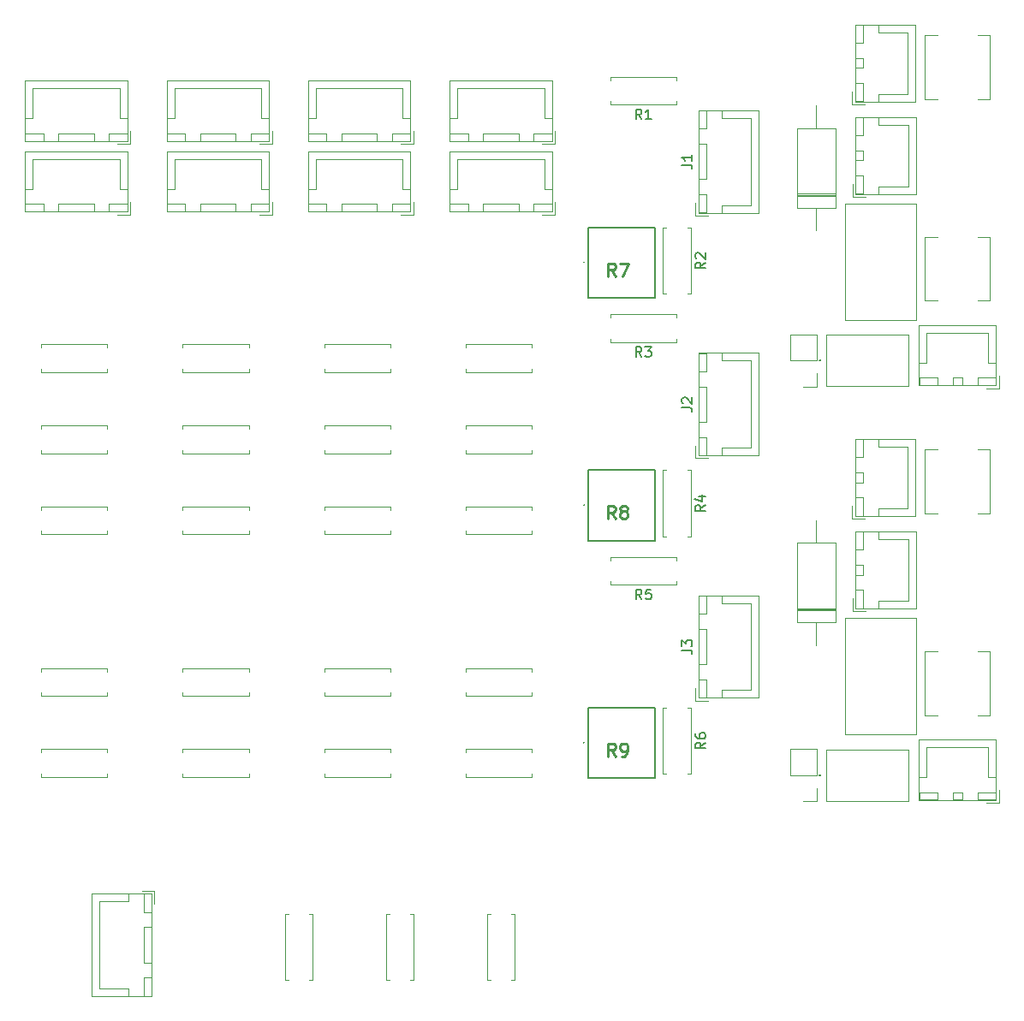
<source format=gto>
G04 #@! TF.GenerationSoftware,KiCad,Pcbnew,(5.1.8)-1*
G04 #@! TF.CreationDate,2021-05-15T16:38:38+09:00*
G04 #@! TF.ProjectId,test,74657374-2e6b-4696-9361-645f70636258,rev?*
G04 #@! TF.SameCoordinates,PX4c4b400PY8954400*
G04 #@! TF.FileFunction,Legend,Top*
G04 #@! TF.FilePolarity,Positive*
%FSLAX46Y46*%
G04 Gerber Fmt 4.6, Leading zero omitted, Abs format (unit mm)*
G04 Created by KiCad (PCBNEW (5.1.8)-1) date 2021-05-15 16:38:38*
%MOMM*%
%LPD*%
G01*
G04 APERTURE LIST*
%ADD10C,0.100000*%
%ADD11C,0.120000*%
%ADD12C,0.200000*%
%ADD13C,0.150000*%
%ADD14C,0.254000*%
%ADD15C,2.550000*%
%ADD16O,1.700000X2.000000*%
%ADD17R,2.000000X2.500000*%
%ADD18R,6.000000X6.000000*%
%ADD19O,1.700000X1.700000*%
%ADD20R,1.700000X1.700000*%
%ADD21O,2.000000X1.700000*%
%ADD22O,2.400000X2.400000*%
%ADD23R,2.400000X2.400000*%
%ADD24C,1.635000*%
%ADD25C,1.700000*%
%ADD26O,1.700000X1.950000*%
%ADD27C,1.400000*%
%ADD28O,1.950000X1.700000*%
%ADD29C,1.800000*%
%ADD30R,1.800000X1.800000*%
%ADD31O,1.600000X1.600000*%
%ADD32C,1.600000*%
G04 APERTURE END LIST*
D10*
X96345000Y35025000D02*
X95145000Y35025000D01*
X96345000Y28725000D02*
X96345000Y35025000D01*
X95145000Y28725000D02*
X96345000Y28725000D01*
X89945000Y35025000D02*
X91145000Y35025000D01*
X89945000Y28725000D02*
X89945000Y35025000D01*
X91145000Y28725000D02*
X89945000Y28725000D01*
D11*
X96975000Y20350000D02*
X96975000Y26320000D01*
X96975000Y26320000D02*
X89355000Y26320000D01*
X89355000Y26320000D02*
X89355000Y20350000D01*
X89355000Y20350000D02*
X96975000Y20350000D01*
X93665000Y20360000D02*
X93665000Y21110000D01*
X93665000Y21110000D02*
X92665000Y21110000D01*
X92665000Y21110000D02*
X92665000Y20360000D01*
X92665000Y20360000D02*
X93665000Y20360000D01*
X96965000Y20360000D02*
X96965000Y21110000D01*
X96965000Y21110000D02*
X95165000Y21110000D01*
X95165000Y21110000D02*
X95165000Y20360000D01*
X95165000Y20360000D02*
X96965000Y20360000D01*
X91165000Y20360000D02*
X91165000Y21110000D01*
X91165000Y21110000D02*
X89365000Y21110000D01*
X89365000Y21110000D02*
X89365000Y20360000D01*
X89365000Y20360000D02*
X91165000Y20360000D01*
X96965000Y22610000D02*
X96215000Y22610000D01*
X96215000Y22610000D02*
X96215000Y25560000D01*
X96215000Y25560000D02*
X93165000Y25560000D01*
X89365000Y22610000D02*
X90115000Y22610000D01*
X90115000Y22610000D02*
X90115000Y25560000D01*
X90115000Y25560000D02*
X93165000Y25560000D01*
X96015000Y20060000D02*
X97265000Y20060000D01*
X97265000Y20060000D02*
X97265000Y21310000D01*
X82025000Y38335000D02*
X82025000Y26835000D01*
X89025000Y38335000D02*
X82025000Y38335000D01*
X89025000Y26835000D02*
X89025000Y38335000D01*
X89025000Y26835000D02*
X82025000Y26835000D01*
X79235000Y25410000D02*
X76575000Y25410000D01*
X79235000Y22810000D02*
X79235000Y25410000D01*
X76575000Y22810000D02*
X76575000Y25410000D01*
X79235000Y22810000D02*
X76575000Y22810000D01*
X79235000Y21540000D02*
X79235000Y20210000D01*
X79235000Y20210000D02*
X77905000Y20210000D01*
X82750000Y48154000D02*
X84000000Y48154000D01*
X82750000Y49404000D02*
X82750000Y48154000D01*
X88250000Y55304000D02*
X88250000Y52254000D01*
X85300000Y55304000D02*
X88250000Y55304000D01*
X85300000Y56054000D02*
X85300000Y55304000D01*
X88250000Y49204000D02*
X88250000Y52254000D01*
X85300000Y49204000D02*
X88250000Y49204000D01*
X85300000Y48454000D02*
X85300000Y49204000D01*
X83050000Y56054000D02*
X83050000Y54254000D01*
X83800000Y56054000D02*
X83050000Y56054000D01*
X83800000Y54254000D02*
X83800000Y56054000D01*
X83050000Y54254000D02*
X83800000Y54254000D01*
X83050000Y50254000D02*
X83050000Y48454000D01*
X83800000Y50254000D02*
X83050000Y50254000D01*
X83800000Y48454000D02*
X83800000Y50254000D01*
X83050000Y48454000D02*
X83800000Y48454000D01*
X83050000Y52754000D02*
X83050000Y51754000D01*
X83800000Y52754000D02*
X83050000Y52754000D01*
X83800000Y51754000D02*
X83800000Y52754000D01*
X83050000Y51754000D02*
X83800000Y51754000D01*
X83040000Y56064000D02*
X83040000Y48444000D01*
X89010000Y56064000D02*
X83040000Y56064000D01*
X89010000Y48444000D02*
X89010000Y56064000D01*
X83040000Y48444000D02*
X89010000Y48444000D01*
X77255000Y37940000D02*
X81095000Y37940000D01*
X81095000Y37940000D02*
X81095000Y45780000D01*
X81095000Y45780000D02*
X77255000Y45780000D01*
X77255000Y45780000D02*
X77255000Y37940000D01*
X79175000Y35680000D02*
X79175000Y37940000D01*
X79175000Y48040000D02*
X79175000Y45780000D01*
X77255000Y39200000D02*
X81095000Y39200000D01*
X77255000Y39320000D02*
X81095000Y39320000D01*
X77255000Y39080000D02*
X81095000Y39080000D01*
D10*
X91145000Y48695000D02*
X89945000Y48695000D01*
X89945000Y48695000D02*
X89945000Y54995000D01*
X89945000Y54995000D02*
X91145000Y54995000D01*
X95145000Y48695000D02*
X96345000Y48695000D01*
X96345000Y48695000D02*
X96345000Y54995000D01*
X96345000Y54995000D02*
X95145000Y54995000D01*
X80190000Y25350000D02*
X80190000Y20270000D01*
X80190000Y20270000D02*
X88320000Y20270000D01*
X88320000Y20270000D02*
X88320000Y25350000D01*
X88320000Y25350000D02*
X80190000Y25350000D01*
D12*
X79515000Y22810000D02*
X79515000Y22810000D01*
X79615000Y22810000D02*
X79615000Y22810000D01*
X79515000Y22810000D02*
X79515000Y22810000D01*
X79615000Y22810000D02*
G75*
G02*
X79515000Y22810000I-50000J0D01*
G01*
X79515000Y22810000D02*
G75*
G02*
X79615000Y22810000I50000J0D01*
G01*
X79615000Y22810000D02*
G75*
G02*
X79515000Y22810000I-50000J0D01*
G01*
D11*
X83065000Y39300000D02*
X89035000Y39300000D01*
X89035000Y39300000D02*
X89035000Y46920000D01*
X89035000Y46920000D02*
X83065000Y46920000D01*
X83065000Y46920000D02*
X83065000Y39300000D01*
X83075000Y42610000D02*
X83825000Y42610000D01*
X83825000Y42610000D02*
X83825000Y43610000D01*
X83825000Y43610000D02*
X83075000Y43610000D01*
X83075000Y43610000D02*
X83075000Y42610000D01*
X83075000Y39310000D02*
X83825000Y39310000D01*
X83825000Y39310000D02*
X83825000Y41110000D01*
X83825000Y41110000D02*
X83075000Y41110000D01*
X83075000Y41110000D02*
X83075000Y39310000D01*
X83075000Y45110000D02*
X83825000Y45110000D01*
X83825000Y45110000D02*
X83825000Y46910000D01*
X83825000Y46910000D02*
X83075000Y46910000D01*
X83075000Y46910000D02*
X83075000Y45110000D01*
X85325000Y39310000D02*
X85325000Y40060000D01*
X85325000Y40060000D02*
X88275000Y40060000D01*
X88275000Y40060000D02*
X88275000Y43110000D01*
X85325000Y46910000D02*
X85325000Y46160000D01*
X85325000Y46160000D02*
X88275000Y46160000D01*
X88275000Y46160000D02*
X88275000Y43110000D01*
X82775000Y40260000D02*
X82775000Y39010000D01*
X82775000Y39010000D02*
X84025000Y39010000D01*
D10*
X96345000Y76025000D02*
X95145000Y76025000D01*
X96345000Y69725000D02*
X96345000Y76025000D01*
X95145000Y69725000D02*
X96345000Y69725000D01*
X89945000Y76025000D02*
X91145000Y76025000D01*
X89945000Y69725000D02*
X89945000Y76025000D01*
X91145000Y69725000D02*
X89945000Y69725000D01*
D11*
X96975000Y61350000D02*
X96975000Y67320000D01*
X96975000Y67320000D02*
X89355000Y67320000D01*
X89355000Y67320000D02*
X89355000Y61350000D01*
X89355000Y61350000D02*
X96975000Y61350000D01*
X93665000Y61360000D02*
X93665000Y62110000D01*
X93665000Y62110000D02*
X92665000Y62110000D01*
X92665000Y62110000D02*
X92665000Y61360000D01*
X92665000Y61360000D02*
X93665000Y61360000D01*
X96965000Y61360000D02*
X96965000Y62110000D01*
X96965000Y62110000D02*
X95165000Y62110000D01*
X95165000Y62110000D02*
X95165000Y61360000D01*
X95165000Y61360000D02*
X96965000Y61360000D01*
X91165000Y61360000D02*
X91165000Y62110000D01*
X91165000Y62110000D02*
X89365000Y62110000D01*
X89365000Y62110000D02*
X89365000Y61360000D01*
X89365000Y61360000D02*
X91165000Y61360000D01*
X96965000Y63610000D02*
X96215000Y63610000D01*
X96215000Y63610000D02*
X96215000Y66560000D01*
X96215000Y66560000D02*
X93165000Y66560000D01*
X89365000Y63610000D02*
X90115000Y63610000D01*
X90115000Y63610000D02*
X90115000Y66560000D01*
X90115000Y66560000D02*
X93165000Y66560000D01*
X96015000Y61060000D02*
X97265000Y61060000D01*
X97265000Y61060000D02*
X97265000Y62310000D01*
X82025000Y79335000D02*
X82025000Y67835000D01*
X89025000Y79335000D02*
X82025000Y79335000D01*
X89025000Y67835000D02*
X89025000Y79335000D01*
X89025000Y67835000D02*
X82025000Y67835000D01*
X79235000Y66410000D02*
X76575000Y66410000D01*
X79235000Y63810000D02*
X79235000Y66410000D01*
X76575000Y63810000D02*
X76575000Y66410000D01*
X79235000Y63810000D02*
X76575000Y63810000D01*
X79235000Y62540000D02*
X79235000Y61210000D01*
X79235000Y61210000D02*
X77905000Y61210000D01*
X82750000Y89154000D02*
X84000000Y89154000D01*
X82750000Y90404000D02*
X82750000Y89154000D01*
X88250000Y96304000D02*
X88250000Y93254000D01*
X85300000Y96304000D02*
X88250000Y96304000D01*
X85300000Y97054000D02*
X85300000Y96304000D01*
X88250000Y90204000D02*
X88250000Y93254000D01*
X85300000Y90204000D02*
X88250000Y90204000D01*
X85300000Y89454000D02*
X85300000Y90204000D01*
X83050000Y97054000D02*
X83050000Y95254000D01*
X83800000Y97054000D02*
X83050000Y97054000D01*
X83800000Y95254000D02*
X83800000Y97054000D01*
X83050000Y95254000D02*
X83800000Y95254000D01*
X83050000Y91254000D02*
X83050000Y89454000D01*
X83800000Y91254000D02*
X83050000Y91254000D01*
X83800000Y89454000D02*
X83800000Y91254000D01*
X83050000Y89454000D02*
X83800000Y89454000D01*
X83050000Y93754000D02*
X83050000Y92754000D01*
X83800000Y93754000D02*
X83050000Y93754000D01*
X83800000Y92754000D02*
X83800000Y93754000D01*
X83050000Y92754000D02*
X83800000Y92754000D01*
X83040000Y97064000D02*
X83040000Y89444000D01*
X89010000Y97064000D02*
X83040000Y97064000D01*
X89010000Y89444000D02*
X89010000Y97064000D01*
X83040000Y89444000D02*
X89010000Y89444000D01*
X77255000Y78940000D02*
X81095000Y78940000D01*
X81095000Y78940000D02*
X81095000Y86780000D01*
X81095000Y86780000D02*
X77255000Y86780000D01*
X77255000Y86780000D02*
X77255000Y78940000D01*
X79175000Y76680000D02*
X79175000Y78940000D01*
X79175000Y89040000D02*
X79175000Y86780000D01*
X77255000Y80200000D02*
X81095000Y80200000D01*
X77255000Y80320000D02*
X81095000Y80320000D01*
X77255000Y80080000D02*
X81095000Y80080000D01*
D10*
X91145000Y89695000D02*
X89945000Y89695000D01*
X89945000Y89695000D02*
X89945000Y95995000D01*
X89945000Y95995000D02*
X91145000Y95995000D01*
X95145000Y89695000D02*
X96345000Y89695000D01*
X96345000Y89695000D02*
X96345000Y95995000D01*
X96345000Y95995000D02*
X95145000Y95995000D01*
X80190000Y66350000D02*
X80190000Y61270000D01*
X80190000Y61270000D02*
X88320000Y61270000D01*
X88320000Y61270000D02*
X88320000Y66350000D01*
X88320000Y66350000D02*
X80190000Y66350000D01*
D12*
X79515000Y63810000D02*
X79515000Y63810000D01*
X79615000Y63810000D02*
X79615000Y63810000D01*
X79515000Y63810000D02*
X79515000Y63810000D01*
X79615000Y63810000D02*
G75*
G02*
X79515000Y63810000I-50000J0D01*
G01*
X79515000Y63810000D02*
G75*
G02*
X79615000Y63810000I50000J0D01*
G01*
X79615000Y63810000D02*
G75*
G02*
X79515000Y63810000I-50000J0D01*
G01*
D11*
X83065000Y80300000D02*
X89035000Y80300000D01*
X89035000Y80300000D02*
X89035000Y87920000D01*
X89035000Y87920000D02*
X83065000Y87920000D01*
X83065000Y87920000D02*
X83065000Y80300000D01*
X83075000Y83610000D02*
X83825000Y83610000D01*
X83825000Y83610000D02*
X83825000Y84610000D01*
X83825000Y84610000D02*
X83075000Y84610000D01*
X83075000Y84610000D02*
X83075000Y83610000D01*
X83075000Y80310000D02*
X83825000Y80310000D01*
X83825000Y80310000D02*
X83825000Y82110000D01*
X83825000Y82110000D02*
X83075000Y82110000D01*
X83075000Y82110000D02*
X83075000Y80310000D01*
X83075000Y86110000D02*
X83825000Y86110000D01*
X83825000Y86110000D02*
X83825000Y87910000D01*
X83825000Y87910000D02*
X83075000Y87910000D01*
X83075000Y87910000D02*
X83075000Y86110000D01*
X85325000Y80310000D02*
X85325000Y81060000D01*
X85325000Y81060000D02*
X88275000Y81060000D01*
X88275000Y81060000D02*
X88275000Y84110000D01*
X85325000Y87910000D02*
X85325000Y87160000D01*
X85325000Y87160000D02*
X88275000Y87160000D01*
X88275000Y87160000D02*
X88275000Y84110000D01*
X82775000Y81260000D02*
X82775000Y80010000D01*
X82775000Y80010000D02*
X84025000Y80010000D01*
X44540000Y65090000D02*
X44540000Y65420000D01*
X44540000Y65420000D02*
X51080000Y65420000D01*
X51080000Y65420000D02*
X51080000Y65090000D01*
X44540000Y63010000D02*
X44540000Y62680000D01*
X44540000Y62680000D02*
X51080000Y62680000D01*
X51080000Y62680000D02*
X51080000Y63010000D01*
X51080000Y54630000D02*
X51080000Y54960000D01*
X44540000Y54630000D02*
X51080000Y54630000D01*
X44540000Y54960000D02*
X44540000Y54630000D01*
X51080000Y57370000D02*
X51080000Y57040000D01*
X44540000Y57370000D02*
X51080000Y57370000D01*
X44540000Y57040000D02*
X44540000Y57370000D01*
X53060000Y85540000D02*
X53060000Y91510000D01*
X53060000Y91510000D02*
X42940000Y91510000D01*
X42940000Y91510000D02*
X42940000Y85540000D01*
X42940000Y85540000D02*
X53060000Y85540000D01*
X49750000Y85550000D02*
X49750000Y86300000D01*
X49750000Y86300000D02*
X46250000Y86300000D01*
X46250000Y86300000D02*
X46250000Y85550000D01*
X46250000Y85550000D02*
X49750000Y85550000D01*
X53050000Y85550000D02*
X53050000Y86300000D01*
X53050000Y86300000D02*
X51250000Y86300000D01*
X51250000Y86300000D02*
X51250000Y85550000D01*
X51250000Y85550000D02*
X53050000Y85550000D01*
X44750000Y85550000D02*
X44750000Y86300000D01*
X44750000Y86300000D02*
X42950000Y86300000D01*
X42950000Y86300000D02*
X42950000Y85550000D01*
X42950000Y85550000D02*
X44750000Y85550000D01*
X53050000Y87800000D02*
X52300000Y87800000D01*
X52300000Y87800000D02*
X52300000Y90750000D01*
X52300000Y90750000D02*
X48000000Y90750000D01*
X42950000Y87800000D02*
X43700000Y87800000D01*
X43700000Y87800000D02*
X43700000Y90750000D01*
X43700000Y90750000D02*
X48000000Y90750000D01*
X52100000Y85250000D02*
X53350000Y85250000D01*
X53350000Y85250000D02*
X53350000Y86500000D01*
X53350000Y78250000D02*
X53350000Y79500000D01*
X52100000Y78250000D02*
X53350000Y78250000D01*
X43700000Y83750000D02*
X48000000Y83750000D01*
X43700000Y80800000D02*
X43700000Y83750000D01*
X42950000Y80800000D02*
X43700000Y80800000D01*
X52300000Y83750000D02*
X48000000Y83750000D01*
X52300000Y80800000D02*
X52300000Y83750000D01*
X53050000Y80800000D02*
X52300000Y80800000D01*
X42950000Y78550000D02*
X44750000Y78550000D01*
X42950000Y79300000D02*
X42950000Y78550000D01*
X44750000Y79300000D02*
X42950000Y79300000D01*
X44750000Y78550000D02*
X44750000Y79300000D01*
X51250000Y78550000D02*
X53050000Y78550000D01*
X51250000Y79300000D02*
X51250000Y78550000D01*
X53050000Y79300000D02*
X51250000Y79300000D01*
X53050000Y78550000D02*
X53050000Y79300000D01*
X46250000Y78550000D02*
X49750000Y78550000D01*
X46250000Y79300000D02*
X46250000Y78550000D01*
X49750000Y79300000D02*
X46250000Y79300000D01*
X49750000Y78550000D02*
X49750000Y79300000D01*
X42940000Y78540000D02*
X53060000Y78540000D01*
X42940000Y84510000D02*
X42940000Y78540000D01*
X53060000Y84510000D02*
X42940000Y84510000D01*
X53060000Y78540000D02*
X53060000Y84510000D01*
X44540000Y33040000D02*
X44540000Y33370000D01*
X44540000Y33370000D02*
X51080000Y33370000D01*
X51080000Y33370000D02*
X51080000Y33040000D01*
X44540000Y30960000D02*
X44540000Y30630000D01*
X44540000Y30630000D02*
X51080000Y30630000D01*
X51080000Y30630000D02*
X51080000Y30960000D01*
X44540000Y25040000D02*
X44540000Y25370000D01*
X44540000Y25370000D02*
X51080000Y25370000D01*
X51080000Y25370000D02*
X51080000Y25040000D01*
X44540000Y22960000D02*
X44540000Y22630000D01*
X44540000Y22630000D02*
X51080000Y22630000D01*
X51080000Y22630000D02*
X51080000Y22960000D01*
X51080000Y46630000D02*
X51080000Y46960000D01*
X44540000Y46630000D02*
X51080000Y46630000D01*
X44540000Y46960000D02*
X44540000Y46630000D01*
X51080000Y49370000D02*
X51080000Y49040000D01*
X44540000Y49370000D02*
X51080000Y49370000D01*
X44540000Y49040000D02*
X44540000Y49370000D01*
X39370000Y9080000D02*
X39040000Y9080000D01*
X39370000Y2540000D02*
X39370000Y9080000D01*
X39040000Y2540000D02*
X39370000Y2540000D01*
X36630000Y9080000D02*
X36960000Y9080000D01*
X36630000Y2540000D02*
X36630000Y9080000D01*
X36960000Y2540000D02*
X36630000Y2540000D01*
X13460000Y11060000D02*
X7490000Y11060000D01*
X7490000Y11060000D02*
X7490000Y940000D01*
X7490000Y940000D02*
X13460000Y940000D01*
X13460000Y940000D02*
X13460000Y11060000D01*
X13450000Y7750000D02*
X12700000Y7750000D01*
X12700000Y7750000D02*
X12700000Y4250000D01*
X12700000Y4250000D02*
X13450000Y4250000D01*
X13450000Y4250000D02*
X13450000Y7750000D01*
X13450000Y11050000D02*
X12700000Y11050000D01*
X12700000Y11050000D02*
X12700000Y9250000D01*
X12700000Y9250000D02*
X13450000Y9250000D01*
X13450000Y9250000D02*
X13450000Y11050000D01*
X13450000Y2750000D02*
X12700000Y2750000D01*
X12700000Y2750000D02*
X12700000Y950000D01*
X12700000Y950000D02*
X13450000Y950000D01*
X13450000Y950000D02*
X13450000Y2750000D01*
X11200000Y11050000D02*
X11200000Y10300000D01*
X11200000Y10300000D02*
X8250000Y10300000D01*
X8250000Y10300000D02*
X8250000Y6000000D01*
X11200000Y950000D02*
X11200000Y1700000D01*
X11200000Y1700000D02*
X8250000Y1700000D01*
X8250000Y1700000D02*
X8250000Y6000000D01*
X13750000Y10100000D02*
X13750000Y11350000D01*
X13750000Y11350000D02*
X12500000Y11350000D01*
X46960000Y2540000D02*
X46630000Y2540000D01*
X46630000Y2540000D02*
X46630000Y9080000D01*
X46630000Y9080000D02*
X46960000Y9080000D01*
X49040000Y2540000D02*
X49370000Y2540000D01*
X49370000Y2540000D02*
X49370000Y9080000D01*
X49370000Y9080000D02*
X49040000Y9080000D01*
X26960000Y2540000D02*
X26630000Y2540000D01*
X26630000Y2540000D02*
X26630000Y9080000D01*
X26630000Y9080000D02*
X26960000Y9080000D01*
X29040000Y2540000D02*
X29370000Y2540000D01*
X29370000Y2540000D02*
X29370000Y9080000D01*
X29370000Y9080000D02*
X29040000Y9080000D01*
X67540000Y78440000D02*
X73510000Y78440000D01*
X73510000Y78440000D02*
X73510000Y88560000D01*
X73510000Y88560000D02*
X67540000Y88560000D01*
X67540000Y88560000D02*
X67540000Y78440000D01*
X67550000Y81750000D02*
X68300000Y81750000D01*
X68300000Y81750000D02*
X68300000Y85250000D01*
X68300000Y85250000D02*
X67550000Y85250000D01*
X67550000Y85250000D02*
X67550000Y81750000D01*
X67550000Y78450000D02*
X68300000Y78450000D01*
X68300000Y78450000D02*
X68300000Y80250000D01*
X68300000Y80250000D02*
X67550000Y80250000D01*
X67550000Y80250000D02*
X67550000Y78450000D01*
X67550000Y86750000D02*
X68300000Y86750000D01*
X68300000Y86750000D02*
X68300000Y88550000D01*
X68300000Y88550000D02*
X67550000Y88550000D01*
X67550000Y88550000D02*
X67550000Y86750000D01*
X69800000Y78450000D02*
X69800000Y79200000D01*
X69800000Y79200000D02*
X72750000Y79200000D01*
X72750000Y79200000D02*
X72750000Y83500000D01*
X69800000Y88550000D02*
X69800000Y87800000D01*
X69800000Y87800000D02*
X72750000Y87800000D01*
X72750000Y87800000D02*
X72750000Y83500000D01*
X67250000Y79400000D02*
X67250000Y78150000D01*
X67250000Y78150000D02*
X68500000Y78150000D01*
X67540000Y30440000D02*
X73510000Y30440000D01*
X73510000Y30440000D02*
X73510000Y40560000D01*
X73510000Y40560000D02*
X67540000Y40560000D01*
X67540000Y40560000D02*
X67540000Y30440000D01*
X67550000Y33750000D02*
X68300000Y33750000D01*
X68300000Y33750000D02*
X68300000Y37250000D01*
X68300000Y37250000D02*
X67550000Y37250000D01*
X67550000Y37250000D02*
X67550000Y33750000D01*
X67550000Y30450000D02*
X68300000Y30450000D01*
X68300000Y30450000D02*
X68300000Y32250000D01*
X68300000Y32250000D02*
X67550000Y32250000D01*
X67550000Y32250000D02*
X67550000Y30450000D01*
X67550000Y38750000D02*
X68300000Y38750000D01*
X68300000Y38750000D02*
X68300000Y40550000D01*
X68300000Y40550000D02*
X67550000Y40550000D01*
X67550000Y40550000D02*
X67550000Y38750000D01*
X69800000Y30450000D02*
X69800000Y31200000D01*
X69800000Y31200000D02*
X72750000Y31200000D01*
X72750000Y31200000D02*
X72750000Y35500000D01*
X69800000Y40550000D02*
X69800000Y39800000D01*
X69800000Y39800000D02*
X72750000Y39800000D01*
X72750000Y39800000D02*
X72750000Y35500000D01*
X67250000Y31400000D02*
X67250000Y30150000D01*
X67250000Y30150000D02*
X68500000Y30150000D01*
X67250000Y54150000D02*
X68500000Y54150000D01*
X67250000Y55400000D02*
X67250000Y54150000D01*
X72750000Y63800000D02*
X72750000Y59500000D01*
X69800000Y63800000D02*
X72750000Y63800000D01*
X69800000Y64550000D02*
X69800000Y63800000D01*
X72750000Y55200000D02*
X72750000Y59500000D01*
X69800000Y55200000D02*
X72750000Y55200000D01*
X69800000Y54450000D02*
X69800000Y55200000D01*
X67550000Y64550000D02*
X67550000Y62750000D01*
X68300000Y64550000D02*
X67550000Y64550000D01*
X68300000Y62750000D02*
X68300000Y64550000D01*
X67550000Y62750000D02*
X68300000Y62750000D01*
X67550000Y56250000D02*
X67550000Y54450000D01*
X68300000Y56250000D02*
X67550000Y56250000D01*
X68300000Y54450000D02*
X68300000Y56250000D01*
X67550000Y54450000D02*
X68300000Y54450000D01*
X67550000Y61250000D02*
X67550000Y57750000D01*
X68300000Y61250000D02*
X67550000Y61250000D01*
X68300000Y57750000D02*
X68300000Y61250000D01*
X67550000Y57750000D02*
X68300000Y57750000D01*
X67540000Y64560000D02*
X67540000Y54440000D01*
X73510000Y64560000D02*
X67540000Y64560000D01*
X73510000Y54440000D02*
X73510000Y64560000D01*
X67540000Y54440000D02*
X73510000Y54440000D01*
X66440000Y52960000D02*
X66770000Y52960000D01*
X66770000Y52960000D02*
X66770000Y46420000D01*
X66770000Y46420000D02*
X66440000Y46420000D01*
X64360000Y52960000D02*
X64030000Y52960000D01*
X64030000Y52960000D02*
X64030000Y46420000D01*
X64030000Y46420000D02*
X64360000Y46420000D01*
X66440000Y29460000D02*
X66770000Y29460000D01*
X66770000Y29460000D02*
X66770000Y22920000D01*
X66770000Y22920000D02*
X66440000Y22920000D01*
X64360000Y29460000D02*
X64030000Y29460000D01*
X64030000Y29460000D02*
X64030000Y22920000D01*
X64030000Y22920000D02*
X64360000Y22920000D01*
D12*
X56600000Y29490000D02*
X56600000Y22500000D01*
X56600000Y22500000D02*
X63200000Y22500000D01*
X63200000Y22500000D02*
X63200000Y29490000D01*
X63200000Y29490000D02*
X56600000Y29490000D01*
X56235000Y26032000D02*
G75*
G03*
X56235000Y26032000I-57000J0D01*
G01*
X56600000Y52990000D02*
X56600000Y46000000D01*
X56600000Y46000000D02*
X63200000Y46000000D01*
X63200000Y46000000D02*
X63200000Y52990000D01*
X63200000Y52990000D02*
X56600000Y52990000D01*
X56235000Y49532000D02*
G75*
G03*
X56235000Y49532000I-57000J0D01*
G01*
X56235000Y73532000D02*
G75*
G03*
X56235000Y73532000I-57000J0D01*
G01*
X63200000Y76990000D02*
X56600000Y76990000D01*
X63200000Y70000000D02*
X63200000Y76990000D01*
X56600000Y70000000D02*
X63200000Y70000000D01*
X56600000Y76990000D02*
X56600000Y70000000D01*
D11*
X65360000Y41960000D02*
X65360000Y41630000D01*
X65360000Y41630000D02*
X58820000Y41630000D01*
X58820000Y41630000D02*
X58820000Y41960000D01*
X65360000Y44040000D02*
X65360000Y44370000D01*
X65360000Y44370000D02*
X58820000Y44370000D01*
X58820000Y44370000D02*
X58820000Y44040000D01*
X64030000Y70420000D02*
X64360000Y70420000D01*
X64030000Y76960000D02*
X64030000Y70420000D01*
X64360000Y76960000D02*
X64030000Y76960000D01*
X66770000Y70420000D02*
X66440000Y70420000D01*
X66770000Y76960000D02*
X66770000Y70420000D01*
X66440000Y76960000D02*
X66770000Y76960000D01*
X58820000Y68370000D02*
X58820000Y68040000D01*
X65360000Y68370000D02*
X58820000Y68370000D01*
X65360000Y68040000D02*
X65360000Y68370000D01*
X58820000Y65630000D02*
X58820000Y65960000D01*
X65360000Y65630000D02*
X58820000Y65630000D01*
X65360000Y65960000D02*
X65360000Y65630000D01*
X58820000Y91870000D02*
X58820000Y91540000D01*
X65360000Y91870000D02*
X58820000Y91870000D01*
X65360000Y91540000D02*
X65360000Y91870000D01*
X58820000Y89130000D02*
X58820000Y89460000D01*
X65360000Y89130000D02*
X58820000Y89130000D01*
X65360000Y89460000D02*
X65360000Y89130000D01*
X37080000Y54630000D02*
X37080000Y54960000D01*
X30540000Y54630000D02*
X37080000Y54630000D01*
X30540000Y54960000D02*
X30540000Y54630000D01*
X37080000Y57370000D02*
X37080000Y57040000D01*
X30540000Y57370000D02*
X37080000Y57370000D01*
X30540000Y57040000D02*
X30540000Y57370000D01*
X30540000Y65090000D02*
X30540000Y65420000D01*
X30540000Y65420000D02*
X37080000Y65420000D01*
X37080000Y65420000D02*
X37080000Y65090000D01*
X30540000Y63010000D02*
X30540000Y62680000D01*
X30540000Y62680000D02*
X37080000Y62680000D01*
X37080000Y62680000D02*
X37080000Y63010000D01*
X37080000Y46630000D02*
X37080000Y46960000D01*
X30540000Y46630000D02*
X37080000Y46630000D01*
X30540000Y46960000D02*
X30540000Y46630000D01*
X37080000Y49370000D02*
X37080000Y49040000D01*
X30540000Y49370000D02*
X37080000Y49370000D01*
X30540000Y49040000D02*
X30540000Y49370000D01*
X39350000Y78250000D02*
X39350000Y79500000D01*
X38100000Y78250000D02*
X39350000Y78250000D01*
X29700000Y83750000D02*
X34000000Y83750000D01*
X29700000Y80800000D02*
X29700000Y83750000D01*
X28950000Y80800000D02*
X29700000Y80800000D01*
X38300000Y83750000D02*
X34000000Y83750000D01*
X38300000Y80800000D02*
X38300000Y83750000D01*
X39050000Y80800000D02*
X38300000Y80800000D01*
X28950000Y78550000D02*
X30750000Y78550000D01*
X28950000Y79300000D02*
X28950000Y78550000D01*
X30750000Y79300000D02*
X28950000Y79300000D01*
X30750000Y78550000D02*
X30750000Y79300000D01*
X37250000Y78550000D02*
X39050000Y78550000D01*
X37250000Y79300000D02*
X37250000Y78550000D01*
X39050000Y79300000D02*
X37250000Y79300000D01*
X39050000Y78550000D02*
X39050000Y79300000D01*
X32250000Y78550000D02*
X35750000Y78550000D01*
X32250000Y79300000D02*
X32250000Y78550000D01*
X35750000Y79300000D02*
X32250000Y79300000D01*
X35750000Y78550000D02*
X35750000Y79300000D01*
X28940000Y78540000D02*
X39060000Y78540000D01*
X28940000Y84510000D02*
X28940000Y78540000D01*
X39060000Y84510000D02*
X28940000Y84510000D01*
X39060000Y78540000D02*
X39060000Y84510000D01*
X39060000Y85540000D02*
X39060000Y91510000D01*
X39060000Y91510000D02*
X28940000Y91510000D01*
X28940000Y91510000D02*
X28940000Y85540000D01*
X28940000Y85540000D02*
X39060000Y85540000D01*
X35750000Y85550000D02*
X35750000Y86300000D01*
X35750000Y86300000D02*
X32250000Y86300000D01*
X32250000Y86300000D02*
X32250000Y85550000D01*
X32250000Y85550000D02*
X35750000Y85550000D01*
X39050000Y85550000D02*
X39050000Y86300000D01*
X39050000Y86300000D02*
X37250000Y86300000D01*
X37250000Y86300000D02*
X37250000Y85550000D01*
X37250000Y85550000D02*
X39050000Y85550000D01*
X30750000Y85550000D02*
X30750000Y86300000D01*
X30750000Y86300000D02*
X28950000Y86300000D01*
X28950000Y86300000D02*
X28950000Y85550000D01*
X28950000Y85550000D02*
X30750000Y85550000D01*
X39050000Y87800000D02*
X38300000Y87800000D01*
X38300000Y87800000D02*
X38300000Y90750000D01*
X38300000Y90750000D02*
X34000000Y90750000D01*
X28950000Y87800000D02*
X29700000Y87800000D01*
X29700000Y87800000D02*
X29700000Y90750000D01*
X29700000Y90750000D02*
X34000000Y90750000D01*
X38100000Y85250000D02*
X39350000Y85250000D01*
X39350000Y85250000D02*
X39350000Y86500000D01*
X30540000Y25040000D02*
X30540000Y25370000D01*
X30540000Y25370000D02*
X37080000Y25370000D01*
X37080000Y25370000D02*
X37080000Y25040000D01*
X30540000Y22960000D02*
X30540000Y22630000D01*
X30540000Y22630000D02*
X37080000Y22630000D01*
X37080000Y22630000D02*
X37080000Y22960000D01*
X30540000Y33040000D02*
X30540000Y33370000D01*
X30540000Y33370000D02*
X37080000Y33370000D01*
X37080000Y33370000D02*
X37080000Y33040000D01*
X30540000Y30960000D02*
X30540000Y30630000D01*
X30540000Y30630000D02*
X37080000Y30630000D01*
X37080000Y30630000D02*
X37080000Y30960000D01*
X23080000Y54630000D02*
X23080000Y54960000D01*
X16540000Y54630000D02*
X23080000Y54630000D01*
X16540000Y54960000D02*
X16540000Y54630000D01*
X23080000Y57370000D02*
X23080000Y57040000D01*
X16540000Y57370000D02*
X23080000Y57370000D01*
X16540000Y57040000D02*
X16540000Y57370000D01*
X16540000Y65090000D02*
X16540000Y65420000D01*
X16540000Y65420000D02*
X23080000Y65420000D01*
X23080000Y65420000D02*
X23080000Y65090000D01*
X16540000Y63010000D02*
X16540000Y62680000D01*
X16540000Y62680000D02*
X23080000Y62680000D01*
X23080000Y62680000D02*
X23080000Y63010000D01*
X23080000Y46630000D02*
X23080000Y46960000D01*
X16540000Y46630000D02*
X23080000Y46630000D01*
X16540000Y46960000D02*
X16540000Y46630000D01*
X23080000Y49370000D02*
X23080000Y49040000D01*
X16540000Y49370000D02*
X23080000Y49370000D01*
X16540000Y49040000D02*
X16540000Y49370000D01*
X25350000Y78250000D02*
X25350000Y79500000D01*
X24100000Y78250000D02*
X25350000Y78250000D01*
X15700000Y83750000D02*
X20000000Y83750000D01*
X15700000Y80800000D02*
X15700000Y83750000D01*
X14950000Y80800000D02*
X15700000Y80800000D01*
X24300000Y83750000D02*
X20000000Y83750000D01*
X24300000Y80800000D02*
X24300000Y83750000D01*
X25050000Y80800000D02*
X24300000Y80800000D01*
X14950000Y78550000D02*
X16750000Y78550000D01*
X14950000Y79300000D02*
X14950000Y78550000D01*
X16750000Y79300000D02*
X14950000Y79300000D01*
X16750000Y78550000D02*
X16750000Y79300000D01*
X23250000Y78550000D02*
X25050000Y78550000D01*
X23250000Y79300000D02*
X23250000Y78550000D01*
X25050000Y79300000D02*
X23250000Y79300000D01*
X25050000Y78550000D02*
X25050000Y79300000D01*
X18250000Y78550000D02*
X21750000Y78550000D01*
X18250000Y79300000D02*
X18250000Y78550000D01*
X21750000Y79300000D02*
X18250000Y79300000D01*
X21750000Y78550000D02*
X21750000Y79300000D01*
X14940000Y78540000D02*
X25060000Y78540000D01*
X14940000Y84510000D02*
X14940000Y78540000D01*
X25060000Y84510000D02*
X14940000Y84510000D01*
X25060000Y78540000D02*
X25060000Y84510000D01*
X25060000Y85540000D02*
X25060000Y91510000D01*
X25060000Y91510000D02*
X14940000Y91510000D01*
X14940000Y91510000D02*
X14940000Y85540000D01*
X14940000Y85540000D02*
X25060000Y85540000D01*
X21750000Y85550000D02*
X21750000Y86300000D01*
X21750000Y86300000D02*
X18250000Y86300000D01*
X18250000Y86300000D02*
X18250000Y85550000D01*
X18250000Y85550000D02*
X21750000Y85550000D01*
X25050000Y85550000D02*
X25050000Y86300000D01*
X25050000Y86300000D02*
X23250000Y86300000D01*
X23250000Y86300000D02*
X23250000Y85550000D01*
X23250000Y85550000D02*
X25050000Y85550000D01*
X16750000Y85550000D02*
X16750000Y86300000D01*
X16750000Y86300000D02*
X14950000Y86300000D01*
X14950000Y86300000D02*
X14950000Y85550000D01*
X14950000Y85550000D02*
X16750000Y85550000D01*
X25050000Y87800000D02*
X24300000Y87800000D01*
X24300000Y87800000D02*
X24300000Y90750000D01*
X24300000Y90750000D02*
X20000000Y90750000D01*
X14950000Y87800000D02*
X15700000Y87800000D01*
X15700000Y87800000D02*
X15700000Y90750000D01*
X15700000Y90750000D02*
X20000000Y90750000D01*
X24100000Y85250000D02*
X25350000Y85250000D01*
X25350000Y85250000D02*
X25350000Y86500000D01*
X16540000Y25040000D02*
X16540000Y25370000D01*
X16540000Y25370000D02*
X23080000Y25370000D01*
X23080000Y25370000D02*
X23080000Y25040000D01*
X16540000Y22960000D02*
X16540000Y22630000D01*
X16540000Y22630000D02*
X23080000Y22630000D01*
X23080000Y22630000D02*
X23080000Y22960000D01*
X16540000Y33040000D02*
X16540000Y33370000D01*
X16540000Y33370000D02*
X23080000Y33370000D01*
X23080000Y33370000D02*
X23080000Y33040000D01*
X16540000Y30960000D02*
X16540000Y30630000D01*
X16540000Y30630000D02*
X23080000Y30630000D01*
X23080000Y30630000D02*
X23080000Y30960000D01*
X9080000Y54630000D02*
X9080000Y54960000D01*
X2540000Y54630000D02*
X9080000Y54630000D01*
X2540000Y54960000D02*
X2540000Y54630000D01*
X9080000Y57370000D02*
X9080000Y57040000D01*
X2540000Y57370000D02*
X9080000Y57370000D01*
X2540000Y57040000D02*
X2540000Y57370000D01*
X2540000Y65090000D02*
X2540000Y65420000D01*
X2540000Y65420000D02*
X9080000Y65420000D01*
X9080000Y65420000D02*
X9080000Y65090000D01*
X2540000Y63010000D02*
X2540000Y62680000D01*
X2540000Y62680000D02*
X9080000Y62680000D01*
X9080000Y62680000D02*
X9080000Y63010000D01*
X9080000Y46630000D02*
X9080000Y46960000D01*
X2540000Y46630000D02*
X9080000Y46630000D01*
X2540000Y46960000D02*
X2540000Y46630000D01*
X9080000Y49370000D02*
X9080000Y49040000D01*
X2540000Y49370000D02*
X9080000Y49370000D01*
X2540000Y49040000D02*
X2540000Y49370000D01*
X11350000Y78250000D02*
X11350000Y79500000D01*
X10100000Y78250000D02*
X11350000Y78250000D01*
X1700000Y83750000D02*
X6000000Y83750000D01*
X1700000Y80800000D02*
X1700000Y83750000D01*
X950000Y80800000D02*
X1700000Y80800000D01*
X10300000Y83750000D02*
X6000000Y83750000D01*
X10300000Y80800000D02*
X10300000Y83750000D01*
X11050000Y80800000D02*
X10300000Y80800000D01*
X950000Y78550000D02*
X2750000Y78550000D01*
X950000Y79300000D02*
X950000Y78550000D01*
X2750000Y79300000D02*
X950000Y79300000D01*
X2750000Y78550000D02*
X2750000Y79300000D01*
X9250000Y78550000D02*
X11050000Y78550000D01*
X9250000Y79300000D02*
X9250000Y78550000D01*
X11050000Y79300000D02*
X9250000Y79300000D01*
X11050000Y78550000D02*
X11050000Y79300000D01*
X4250000Y78550000D02*
X7750000Y78550000D01*
X4250000Y79300000D02*
X4250000Y78550000D01*
X7750000Y79300000D02*
X4250000Y79300000D01*
X7750000Y78550000D02*
X7750000Y79300000D01*
X940000Y78540000D02*
X11060000Y78540000D01*
X940000Y84510000D02*
X940000Y78540000D01*
X11060000Y84510000D02*
X940000Y84510000D01*
X11060000Y78540000D02*
X11060000Y84510000D01*
X11060000Y85540000D02*
X11060000Y91510000D01*
X11060000Y91510000D02*
X940000Y91510000D01*
X940000Y91510000D02*
X940000Y85540000D01*
X940000Y85540000D02*
X11060000Y85540000D01*
X7750000Y85550000D02*
X7750000Y86300000D01*
X7750000Y86300000D02*
X4250000Y86300000D01*
X4250000Y86300000D02*
X4250000Y85550000D01*
X4250000Y85550000D02*
X7750000Y85550000D01*
X11050000Y85550000D02*
X11050000Y86300000D01*
X11050000Y86300000D02*
X9250000Y86300000D01*
X9250000Y86300000D02*
X9250000Y85550000D01*
X9250000Y85550000D02*
X11050000Y85550000D01*
X2750000Y85550000D02*
X2750000Y86300000D01*
X2750000Y86300000D02*
X950000Y86300000D01*
X950000Y86300000D02*
X950000Y85550000D01*
X950000Y85550000D02*
X2750000Y85550000D01*
X11050000Y87800000D02*
X10300000Y87800000D01*
X10300000Y87800000D02*
X10300000Y90750000D01*
X10300000Y90750000D02*
X6000000Y90750000D01*
X950000Y87800000D02*
X1700000Y87800000D01*
X1700000Y87800000D02*
X1700000Y90750000D01*
X1700000Y90750000D02*
X6000000Y90750000D01*
X10100000Y85250000D02*
X11350000Y85250000D01*
X11350000Y85250000D02*
X11350000Y86500000D01*
X2540000Y25040000D02*
X2540000Y25370000D01*
X2540000Y25370000D02*
X9080000Y25370000D01*
X9080000Y25370000D02*
X9080000Y25040000D01*
X2540000Y22960000D02*
X2540000Y22630000D01*
X2540000Y22630000D02*
X9080000Y22630000D01*
X9080000Y22630000D02*
X9080000Y22960000D01*
X2540000Y33040000D02*
X2540000Y33370000D01*
X2540000Y33370000D02*
X9080000Y33370000D01*
X9080000Y33370000D02*
X9080000Y33040000D01*
X2540000Y30960000D02*
X2540000Y30630000D01*
X2540000Y30630000D02*
X9080000Y30630000D01*
X9080000Y30630000D02*
X9080000Y30960000D01*
D13*
X65902380Y83166667D02*
X66616666Y83166667D01*
X66759523Y83119048D01*
X66854761Y83023810D01*
X66902380Y82880953D01*
X66902380Y82785715D01*
X66902380Y84166667D02*
X66902380Y83595239D01*
X66902380Y83880953D02*
X65902380Y83880953D01*
X66045238Y83785715D01*
X66140476Y83690477D01*
X66188095Y83595239D01*
X65902380Y35166667D02*
X66616666Y35166667D01*
X66759523Y35119048D01*
X66854761Y35023810D01*
X66902380Y34880953D01*
X66902380Y34785715D01*
X65902380Y35547620D02*
X65902380Y36166667D01*
X66283333Y35833334D01*
X66283333Y35976191D01*
X66330952Y36071429D01*
X66378571Y36119048D01*
X66473809Y36166667D01*
X66711904Y36166667D01*
X66807142Y36119048D01*
X66854761Y36071429D01*
X66902380Y35976191D01*
X66902380Y35690477D01*
X66854761Y35595239D01*
X66807142Y35547620D01*
X65902380Y59166667D02*
X66616666Y59166667D01*
X66759523Y59119048D01*
X66854761Y59023810D01*
X66902380Y58880953D01*
X66902380Y58785715D01*
X65997619Y59595239D02*
X65950000Y59642858D01*
X65902380Y59738096D01*
X65902380Y59976191D01*
X65950000Y60071429D01*
X65997619Y60119048D01*
X66092857Y60166667D01*
X66188095Y60166667D01*
X66330952Y60119048D01*
X66902380Y59547620D01*
X66902380Y60166667D01*
X68222380Y49523334D02*
X67746190Y49190000D01*
X68222380Y48951905D02*
X67222380Y48951905D01*
X67222380Y49332858D01*
X67270000Y49428096D01*
X67317619Y49475715D01*
X67412857Y49523334D01*
X67555714Y49523334D01*
X67650952Y49475715D01*
X67698571Y49428096D01*
X67746190Y49332858D01*
X67746190Y48951905D01*
X67555714Y50380477D02*
X68222380Y50380477D01*
X67174761Y50142381D02*
X67889047Y49904286D01*
X67889047Y50523334D01*
X68222380Y26023334D02*
X67746190Y25690000D01*
X68222380Y25451905D02*
X67222380Y25451905D01*
X67222380Y25832858D01*
X67270000Y25928096D01*
X67317619Y25975715D01*
X67412857Y26023334D01*
X67555714Y26023334D01*
X67650952Y25975715D01*
X67698571Y25928096D01*
X67746190Y25832858D01*
X67746190Y25451905D01*
X67222380Y26880477D02*
X67222380Y26690000D01*
X67270000Y26594762D01*
X67317619Y26547143D01*
X67460476Y26451905D01*
X67650952Y26404286D01*
X68031904Y26404286D01*
X68127142Y26451905D01*
X68174761Y26499524D01*
X68222380Y26594762D01*
X68222380Y26785239D01*
X68174761Y26880477D01*
X68127142Y26928096D01*
X68031904Y26975715D01*
X67793809Y26975715D01*
X67698571Y26928096D01*
X67650952Y26880477D01*
X67603333Y26785239D01*
X67603333Y26594762D01*
X67650952Y26499524D01*
X67698571Y26451905D01*
X67793809Y26404286D01*
D14*
X59320123Y24675107D02*
X58896790Y25279869D01*
X58594409Y24675107D02*
X58594409Y25945107D01*
X59078218Y25945107D01*
X59199170Y25884630D01*
X59259647Y25824154D01*
X59320123Y25703202D01*
X59320123Y25521773D01*
X59259647Y25400821D01*
X59199170Y25340345D01*
X59078218Y25279869D01*
X58594409Y25279869D01*
X59924885Y24675107D02*
X60166790Y24675107D01*
X60287742Y24735583D01*
X60348218Y24796059D01*
X60469170Y24977488D01*
X60529647Y25219392D01*
X60529647Y25703202D01*
X60469170Y25824154D01*
X60408694Y25884630D01*
X60287742Y25945107D01*
X60045837Y25945107D01*
X59924885Y25884630D01*
X59864409Y25824154D01*
X59803932Y25703202D01*
X59803932Y25400821D01*
X59864409Y25279869D01*
X59924885Y25219392D01*
X60045837Y25158916D01*
X60287742Y25158916D01*
X60408694Y25219392D01*
X60469170Y25279869D01*
X60529647Y25400821D01*
X59320123Y48175107D02*
X58896790Y48779869D01*
X58594409Y48175107D02*
X58594409Y49445107D01*
X59078218Y49445107D01*
X59199170Y49384630D01*
X59259647Y49324154D01*
X59320123Y49203202D01*
X59320123Y49021773D01*
X59259647Y48900821D01*
X59199170Y48840345D01*
X59078218Y48779869D01*
X58594409Y48779869D01*
X60045837Y48900821D02*
X59924885Y48961297D01*
X59864409Y49021773D01*
X59803932Y49142726D01*
X59803932Y49203202D01*
X59864409Y49324154D01*
X59924885Y49384630D01*
X60045837Y49445107D01*
X60287742Y49445107D01*
X60408694Y49384630D01*
X60469170Y49324154D01*
X60529647Y49203202D01*
X60529647Y49142726D01*
X60469170Y49021773D01*
X60408694Y48961297D01*
X60287742Y48900821D01*
X60045837Y48900821D01*
X59924885Y48840345D01*
X59864409Y48779869D01*
X59803932Y48658916D01*
X59803932Y48417011D01*
X59864409Y48296059D01*
X59924885Y48235583D01*
X60045837Y48175107D01*
X60287742Y48175107D01*
X60408694Y48235583D01*
X60469170Y48296059D01*
X60529647Y48417011D01*
X60529647Y48658916D01*
X60469170Y48779869D01*
X60408694Y48840345D01*
X60287742Y48900821D01*
X59320123Y72175107D02*
X58896790Y72779869D01*
X58594409Y72175107D02*
X58594409Y73445107D01*
X59078218Y73445107D01*
X59199170Y73384630D01*
X59259647Y73324154D01*
X59320123Y73203202D01*
X59320123Y73021773D01*
X59259647Y72900821D01*
X59199170Y72840345D01*
X59078218Y72779869D01*
X58594409Y72779869D01*
X59743456Y73445107D02*
X60590123Y73445107D01*
X60045837Y72175107D01*
D13*
X61923333Y40177620D02*
X61590000Y40653810D01*
X61351904Y40177620D02*
X61351904Y41177620D01*
X61732857Y41177620D01*
X61828095Y41130000D01*
X61875714Y41082381D01*
X61923333Y40987143D01*
X61923333Y40844286D01*
X61875714Y40749048D01*
X61828095Y40701429D01*
X61732857Y40653810D01*
X61351904Y40653810D01*
X62828095Y41177620D02*
X62351904Y41177620D01*
X62304285Y40701429D01*
X62351904Y40749048D01*
X62447142Y40796667D01*
X62685238Y40796667D01*
X62780476Y40749048D01*
X62828095Y40701429D01*
X62875714Y40606191D01*
X62875714Y40368096D01*
X62828095Y40272858D01*
X62780476Y40225239D01*
X62685238Y40177620D01*
X62447142Y40177620D01*
X62351904Y40225239D01*
X62304285Y40272858D01*
X68222380Y73523334D02*
X67746190Y73190000D01*
X68222380Y72951905D02*
X67222380Y72951905D01*
X67222380Y73332858D01*
X67270000Y73428096D01*
X67317619Y73475715D01*
X67412857Y73523334D01*
X67555714Y73523334D01*
X67650952Y73475715D01*
X67698571Y73428096D01*
X67746190Y73332858D01*
X67746190Y72951905D01*
X67317619Y73904286D02*
X67270000Y73951905D01*
X67222380Y74047143D01*
X67222380Y74285239D01*
X67270000Y74380477D01*
X67317619Y74428096D01*
X67412857Y74475715D01*
X67508095Y74475715D01*
X67650952Y74428096D01*
X68222380Y73856667D01*
X68222380Y74475715D01*
X61923333Y64177620D02*
X61590000Y64653810D01*
X61351904Y64177620D02*
X61351904Y65177620D01*
X61732857Y65177620D01*
X61828095Y65130000D01*
X61875714Y65082381D01*
X61923333Y64987143D01*
X61923333Y64844286D01*
X61875714Y64749048D01*
X61828095Y64701429D01*
X61732857Y64653810D01*
X61351904Y64653810D01*
X62256666Y65177620D02*
X62875714Y65177620D01*
X62542380Y64796667D01*
X62685238Y64796667D01*
X62780476Y64749048D01*
X62828095Y64701429D01*
X62875714Y64606191D01*
X62875714Y64368096D01*
X62828095Y64272858D01*
X62780476Y64225239D01*
X62685238Y64177620D01*
X62399523Y64177620D01*
X62304285Y64225239D01*
X62256666Y64272858D01*
X61923333Y87677620D02*
X61590000Y88153810D01*
X61351904Y87677620D02*
X61351904Y88677620D01*
X61732857Y88677620D01*
X61828095Y88630000D01*
X61875714Y88582381D01*
X61923333Y88487143D01*
X61923333Y88344286D01*
X61875714Y88249048D01*
X61828095Y88201429D01*
X61732857Y88153810D01*
X61351904Y88153810D01*
X62875714Y87677620D02*
X62304285Y87677620D01*
X62590000Y87677620D02*
X62590000Y88677620D01*
X62494761Y88534762D01*
X62399523Y88439524D01*
X62304285Y88391905D01*
%LPC*%
D15*
X93145000Y28525000D03*
X93145000Y35225000D03*
D16*
X91915000Y22810000D03*
G36*
G01*
X95265000Y23560000D02*
X95265000Y22060000D01*
G75*
G02*
X95015000Y21810000I-250000J0D01*
G01*
X93815000Y21810000D01*
G75*
G02*
X93565000Y22060000I0J250000D01*
G01*
X93565000Y23560000D01*
G75*
G02*
X93815000Y23810000I250000J0D01*
G01*
X95015000Y23810000D01*
G75*
G02*
X95265000Y23560000I0J-250000D01*
G01*
G37*
D17*
X83225000Y36535000D03*
X87825000Y36535000D03*
D18*
X85525000Y30335000D03*
D19*
X77905000Y24080000D03*
D20*
X77905000Y21540000D03*
G36*
G01*
X86250000Y50154000D02*
X84750000Y50154000D01*
G75*
G02*
X84500000Y50404000I0J250000D01*
G01*
X84500000Y51604000D01*
G75*
G02*
X84750000Y51854000I250000J0D01*
G01*
X86250000Y51854000D01*
G75*
G02*
X86500000Y51604000I0J-250000D01*
G01*
X86500000Y50404000D01*
G75*
G02*
X86250000Y50154000I-250000J0D01*
G01*
G37*
D21*
X85500000Y53504000D03*
D22*
X79175000Y49480000D03*
D23*
X79175000Y34240000D03*
D15*
X93145000Y55195000D03*
X93145000Y48495000D03*
D24*
X86795000Y22810000D03*
X84255000Y22810000D03*
X81715000Y22810000D03*
D21*
X85525000Y44360000D03*
G36*
G01*
X86275000Y41010000D02*
X84775000Y41010000D01*
G75*
G02*
X84525000Y41260000I0J250000D01*
G01*
X84525000Y42460000D01*
G75*
G02*
X84775000Y42710000I250000J0D01*
G01*
X86275000Y42710000D01*
G75*
G02*
X86525000Y42460000I0J-250000D01*
G01*
X86525000Y41260000D01*
G75*
G02*
X86275000Y41010000I-250000J0D01*
G01*
G37*
D15*
X93145000Y69525000D03*
X93145000Y76225000D03*
D16*
X91915000Y63810000D03*
G36*
G01*
X95265000Y64560000D02*
X95265000Y63060000D01*
G75*
G02*
X95015000Y62810000I-250000J0D01*
G01*
X93815000Y62810000D01*
G75*
G02*
X93565000Y63060000I0J250000D01*
G01*
X93565000Y64560000D01*
G75*
G02*
X93815000Y64810000I250000J0D01*
G01*
X95015000Y64810000D01*
G75*
G02*
X95265000Y64560000I0J-250000D01*
G01*
G37*
D17*
X83225000Y77535000D03*
X87825000Y77535000D03*
D18*
X85525000Y71335000D03*
D19*
X77905000Y65080000D03*
D20*
X77905000Y62540000D03*
G36*
G01*
X86250000Y91154000D02*
X84750000Y91154000D01*
G75*
G02*
X84500000Y91404000I0J250000D01*
G01*
X84500000Y92604000D01*
G75*
G02*
X84750000Y92854000I250000J0D01*
G01*
X86250000Y92854000D01*
G75*
G02*
X86500000Y92604000I0J-250000D01*
G01*
X86500000Y91404000D01*
G75*
G02*
X86250000Y91154000I-250000J0D01*
G01*
G37*
D21*
X85500000Y94504000D03*
D22*
X79175000Y90480000D03*
D23*
X79175000Y75240000D03*
D15*
X93145000Y96195000D03*
X93145000Y89495000D03*
D24*
X86795000Y63810000D03*
X84255000Y63810000D03*
X81715000Y63810000D03*
D21*
X85525000Y85360000D03*
G36*
G01*
X86275000Y82010000D02*
X84775000Y82010000D01*
G75*
G02*
X84525000Y82260000I0J250000D01*
G01*
X84525000Y83460000D01*
G75*
G02*
X84775000Y83710000I250000J0D01*
G01*
X86275000Y83710000D01*
G75*
G02*
X86525000Y83460000I0J-250000D01*
G01*
X86525000Y82260000D01*
G75*
G02*
X86275000Y82010000I-250000J0D01*
G01*
G37*
D25*
X52300000Y52000000D03*
X49700000Y52000000D03*
X44000000Y64050000D03*
X51620000Y64050000D03*
X49900000Y68050000D03*
X52500000Y68050000D03*
X49700000Y36000000D03*
X52300000Y36000000D03*
X46540000Y68050000D03*
X44000000Y68050000D03*
X44000000Y60000000D03*
X46540000Y60000000D03*
X46540000Y52000000D03*
X44000000Y52000000D03*
X51620000Y56000000D03*
X44000000Y56000000D03*
X44000000Y36000000D03*
X46540000Y36000000D03*
X52600000Y60050000D03*
X50000000Y60050000D03*
G36*
G01*
X51350000Y88725000D02*
X51350000Y87275000D01*
G75*
G02*
X51100000Y87025000I-250000J0D01*
G01*
X49900000Y87025000D01*
G75*
G02*
X49650000Y87275000I0J250000D01*
G01*
X49650000Y88725000D01*
G75*
G02*
X49900000Y88975000I250000J0D01*
G01*
X51100000Y88975000D01*
G75*
G02*
X51350000Y88725000I0J-250000D01*
G01*
G37*
D26*
X48000000Y88000000D03*
X45500000Y88000000D03*
X45500000Y81000000D03*
X48000000Y81000000D03*
G36*
G01*
X51350000Y81725000D02*
X51350000Y80275000D01*
G75*
G02*
X51100000Y80025000I-250000J0D01*
G01*
X49900000Y80025000D01*
G75*
G02*
X49650000Y80275000I0J250000D01*
G01*
X49650000Y81725000D01*
G75*
G02*
X49900000Y81975000I250000J0D01*
G01*
X51100000Y81975000D01*
G75*
G02*
X51350000Y81725000I0J-250000D01*
G01*
G37*
D25*
X44000000Y32000000D03*
X51620000Y32000000D03*
X44000000Y28000000D03*
X46540000Y28000000D03*
X44000000Y24000000D03*
X51620000Y24000000D03*
X52300000Y28000000D03*
X49700000Y28000000D03*
X51620000Y48000000D03*
X44000000Y48000000D03*
D27*
X45460000Y74530000D03*
X48000000Y77070000D03*
X50540000Y74530000D03*
X50540000Y42530000D03*
X48000000Y45070000D03*
X45460000Y42530000D03*
D25*
X44000000Y7700000D03*
X44000000Y10300000D03*
X38000000Y2000000D03*
X38000000Y9620000D03*
X34000000Y2000000D03*
X34000000Y4540000D03*
X24000000Y4540000D03*
X24000000Y2000000D03*
D28*
X11000000Y3500000D03*
X11000000Y6000000D03*
G36*
G01*
X10275000Y9350000D02*
X11725000Y9350000D01*
G75*
G02*
X11975000Y9100000I0J-250000D01*
G01*
X11975000Y7900000D01*
G75*
G02*
X11725000Y7650000I-250000J0D01*
G01*
X10275000Y7650000D01*
G75*
G02*
X10025000Y7900000I0J250000D01*
G01*
X10025000Y9100000D01*
G75*
G02*
X10275000Y9350000I250000J0D01*
G01*
G37*
D25*
X48000000Y9620000D03*
X48000000Y2000000D03*
X28000000Y9620000D03*
X28000000Y2000000D03*
X34000000Y10300000D03*
X34000000Y7700000D03*
X24000000Y7700000D03*
X24000000Y10300000D03*
X44000000Y4540000D03*
X44000000Y2000000D03*
D27*
X17470000Y3460000D03*
X14930000Y6000000D03*
X17470000Y8540000D03*
D29*
X65440000Y62500000D03*
D30*
X62900000Y62500000D03*
X62900000Y33500000D03*
D29*
X65440000Y33500000D03*
D28*
X70000000Y86000000D03*
X70000000Y83500000D03*
G36*
G01*
X70725000Y80150000D02*
X69275000Y80150000D01*
G75*
G02*
X69025000Y80400000I0J250000D01*
G01*
X69025000Y81600000D01*
G75*
G02*
X69275000Y81850000I250000J0D01*
G01*
X70725000Y81850000D01*
G75*
G02*
X70975000Y81600000I0J-250000D01*
G01*
X70975000Y80400000D01*
G75*
G02*
X70725000Y80150000I-250000J0D01*
G01*
G37*
D29*
X65440000Y81500000D03*
D30*
X62900000Y81500000D03*
D29*
X65440000Y38500000D03*
D30*
X62900000Y38500000D03*
X62900000Y86500000D03*
D29*
X65440000Y86500000D03*
D30*
X62900000Y57500000D03*
D29*
X65440000Y57500000D03*
D25*
X57600000Y62500000D03*
X60200000Y62500000D03*
X60200000Y81500000D03*
X57600000Y81500000D03*
X57600000Y86500000D03*
X60200000Y86500000D03*
D28*
X70000000Y38000000D03*
X70000000Y35500000D03*
G36*
G01*
X70725000Y32150000D02*
X69275000Y32150000D01*
G75*
G02*
X69025000Y32400000I0J250000D01*
G01*
X69025000Y33600000D01*
G75*
G02*
X69275000Y33850000I250000J0D01*
G01*
X70725000Y33850000D01*
G75*
G02*
X70975000Y33600000I0J-250000D01*
G01*
X70975000Y32400000D01*
G75*
G02*
X70725000Y32150000I-250000J0D01*
G01*
G37*
G36*
G01*
X70725000Y56150000D02*
X69275000Y56150000D01*
G75*
G02*
X69025000Y56400000I0J250000D01*
G01*
X69025000Y57600000D01*
G75*
G02*
X69275000Y57850000I250000J0D01*
G01*
X70725000Y57850000D01*
G75*
G02*
X70975000Y57600000I0J-250000D01*
G01*
X70975000Y56400000D01*
G75*
G02*
X70725000Y56150000I-250000J0D01*
G01*
G37*
X70000000Y59500000D03*
X70000000Y62000000D03*
D31*
X65400000Y45880000D03*
D32*
X65400000Y53500000D03*
D25*
X57600000Y38500000D03*
X60200000Y38500000D03*
D31*
X65400000Y22380000D03*
D32*
X65400000Y30000000D03*
D27*
X62440000Y26030000D03*
X59900000Y28570000D03*
X57360000Y26030000D03*
D25*
X60200000Y33500000D03*
X57600000Y33500000D03*
D27*
X62440000Y49530000D03*
X59900000Y52070000D03*
X57360000Y49530000D03*
X57360000Y73530000D03*
X59900000Y76070000D03*
X62440000Y73530000D03*
D31*
X58280000Y43000000D03*
D32*
X65900000Y43000000D03*
X65400000Y77500000D03*
D31*
X65400000Y69880000D03*
D32*
X65900000Y67000000D03*
D31*
X58280000Y67000000D03*
D32*
X65900000Y90500000D03*
D31*
X58280000Y90500000D03*
D25*
X60200000Y57500000D03*
X57600000Y57500000D03*
X30000000Y52000000D03*
X32540000Y52000000D03*
X36000000Y60050000D03*
X38600000Y60050000D03*
X30000000Y68050000D03*
X32540000Y68050000D03*
X38500000Y68050000D03*
X35900000Y68050000D03*
X32540000Y36000000D03*
X30000000Y36000000D03*
X30000000Y56000000D03*
X37620000Y56000000D03*
X32540000Y60000000D03*
X30000000Y60000000D03*
X37620000Y64050000D03*
X30000000Y64050000D03*
X35700000Y52000000D03*
X38300000Y52000000D03*
X38300000Y36000000D03*
X35700000Y36000000D03*
X30000000Y48000000D03*
X37620000Y48000000D03*
G36*
G01*
X37350000Y81725000D02*
X37350000Y80275000D01*
G75*
G02*
X37100000Y80025000I-250000J0D01*
G01*
X35900000Y80025000D01*
G75*
G02*
X35650000Y80275000I0J250000D01*
G01*
X35650000Y81725000D01*
G75*
G02*
X35900000Y81975000I250000J0D01*
G01*
X37100000Y81975000D01*
G75*
G02*
X37350000Y81725000I0J-250000D01*
G01*
G37*
D26*
X34000000Y81000000D03*
X31500000Y81000000D03*
D27*
X36540000Y74530000D03*
X34000000Y77070000D03*
X31460000Y74530000D03*
D25*
X35700000Y28000000D03*
X38300000Y28000000D03*
D27*
X31460000Y42530000D03*
X34000000Y45070000D03*
X36540000Y42530000D03*
D26*
X31500000Y88000000D03*
X34000000Y88000000D03*
G36*
G01*
X37350000Y88725000D02*
X37350000Y87275000D01*
G75*
G02*
X37100000Y87025000I-250000J0D01*
G01*
X35900000Y87025000D01*
G75*
G02*
X35650000Y87275000I0J250000D01*
G01*
X35650000Y88725000D01*
G75*
G02*
X35900000Y88975000I250000J0D01*
G01*
X37100000Y88975000D01*
G75*
G02*
X37350000Y88725000I0J-250000D01*
G01*
G37*
D25*
X37620000Y24000000D03*
X30000000Y24000000D03*
X32540000Y28000000D03*
X30000000Y28000000D03*
X37620000Y32000000D03*
X30000000Y32000000D03*
X16000000Y52000000D03*
X18540000Y52000000D03*
X22000000Y60050000D03*
X24600000Y60050000D03*
X16000000Y68050000D03*
X18540000Y68050000D03*
X24500000Y68050000D03*
X21900000Y68050000D03*
X18540000Y36000000D03*
X16000000Y36000000D03*
X16000000Y56000000D03*
X23620000Y56000000D03*
X18540000Y60000000D03*
X16000000Y60000000D03*
X23620000Y64050000D03*
X16000000Y64050000D03*
X21700000Y52000000D03*
X24300000Y52000000D03*
X24300000Y36000000D03*
X21700000Y36000000D03*
X16000000Y48000000D03*
X23620000Y48000000D03*
G36*
G01*
X23350000Y81725000D02*
X23350000Y80275000D01*
G75*
G02*
X23100000Y80025000I-250000J0D01*
G01*
X21900000Y80025000D01*
G75*
G02*
X21650000Y80275000I0J250000D01*
G01*
X21650000Y81725000D01*
G75*
G02*
X21900000Y81975000I250000J0D01*
G01*
X23100000Y81975000D01*
G75*
G02*
X23350000Y81725000I0J-250000D01*
G01*
G37*
D26*
X20000000Y81000000D03*
X17500000Y81000000D03*
D27*
X22540000Y74530000D03*
X20000000Y77070000D03*
X17460000Y74530000D03*
D25*
X21700000Y28000000D03*
X24300000Y28000000D03*
D27*
X17460000Y42530000D03*
X20000000Y45070000D03*
X22540000Y42530000D03*
D26*
X17500000Y88000000D03*
X20000000Y88000000D03*
G36*
G01*
X23350000Y88725000D02*
X23350000Y87275000D01*
G75*
G02*
X23100000Y87025000I-250000J0D01*
G01*
X21900000Y87025000D01*
G75*
G02*
X21650000Y87275000I0J250000D01*
G01*
X21650000Y88725000D01*
G75*
G02*
X21900000Y88975000I250000J0D01*
G01*
X23100000Y88975000D01*
G75*
G02*
X23350000Y88725000I0J-250000D01*
G01*
G37*
D25*
X23620000Y24000000D03*
X16000000Y24000000D03*
X18540000Y28000000D03*
X16000000Y28000000D03*
X23620000Y32000000D03*
X16000000Y32000000D03*
X2000000Y52000000D03*
X4540000Y52000000D03*
X8000000Y60050000D03*
X10600000Y60050000D03*
X2000000Y68050000D03*
X4540000Y68050000D03*
X10500000Y68050000D03*
X7900000Y68050000D03*
X4540000Y36000000D03*
X2000000Y36000000D03*
X2000000Y56000000D03*
X9620000Y56000000D03*
X4540000Y60000000D03*
X2000000Y60000000D03*
X9620000Y64050000D03*
X2000000Y64050000D03*
X7700000Y52000000D03*
X10300000Y52000000D03*
X10300000Y36000000D03*
X7700000Y36000000D03*
X2000000Y48000000D03*
X9620000Y48000000D03*
G36*
G01*
X9350000Y81725000D02*
X9350000Y80275000D01*
G75*
G02*
X9100000Y80025000I-250000J0D01*
G01*
X7900000Y80025000D01*
G75*
G02*
X7650000Y80275000I0J250000D01*
G01*
X7650000Y81725000D01*
G75*
G02*
X7900000Y81975000I250000J0D01*
G01*
X9100000Y81975000D01*
G75*
G02*
X9350000Y81725000I0J-250000D01*
G01*
G37*
D26*
X6000000Y81000000D03*
X3500000Y81000000D03*
D27*
X8540000Y74530000D03*
X6000000Y77070000D03*
X3460000Y74530000D03*
D25*
X7700000Y28000000D03*
X10300000Y28000000D03*
D27*
X3460000Y42530000D03*
X6000000Y45070000D03*
X8540000Y42530000D03*
D26*
X3500000Y88000000D03*
X6000000Y88000000D03*
G36*
G01*
X9350000Y88725000D02*
X9350000Y87275000D01*
G75*
G02*
X9100000Y87025000I-250000J0D01*
G01*
X7900000Y87025000D01*
G75*
G02*
X7650000Y87275000I0J250000D01*
G01*
X7650000Y88725000D01*
G75*
G02*
X7900000Y88975000I250000J0D01*
G01*
X9100000Y88975000D01*
G75*
G02*
X9350000Y88725000I0J-250000D01*
G01*
G37*
D25*
X9620000Y24000000D03*
X2000000Y24000000D03*
X4540000Y28000000D03*
X2000000Y28000000D03*
X9620000Y32000000D03*
X2000000Y32000000D03*
M02*

</source>
